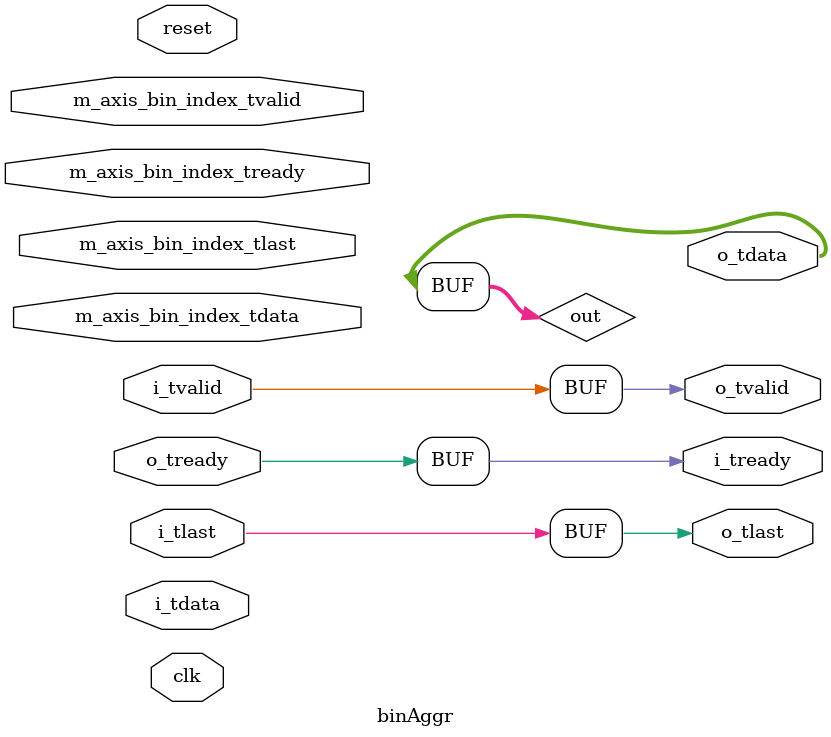
<source format=v>

module binAggr
    #(parameter SR_INPUT_VLEN=0,
      parameter SR_OUTPUT_VLEN=0)
   (input clk, input reset,
    input [31:0] i_tdata, input i_tlast, input i_tvalid, output i_tready,
    input [SR_INPUT_VLEN-1:0] m_axis_bin_index_tdata, input m_axis_bin_index_tlast,
    input m_axis_bin_index_tvalid, input m_axis_bin_index_tready,
    output [31:0] o_tdata, output o_tlast, output o_tvalid, input o_tready);

   reg [31:0] out;

  genvar _k;
   generate
	 for (_k=0; _k<SR_INPUT_VLEN; _k=_k+1)
	 always @(posedge clk)
  	 begin
	    if (i_tvalid & i_tready & i_tlast & ((m_axis_bin_index_tdata[_k] > 0) && (m_axis_bin_index_tdata[_k] <= SR_OUTPUT_VLEN)))  
        	  begin
		      out[SR_OUTPUT_VLEN + m_axis_bin_index_tdata[_k] - 1] <= out[SR_OUTPUT_VLEN + m_axis_bin_index_tdata[_k] - 1] + i_tdata[SR_INPUT_VLEN + _k];
		  end
	 end
   endgenerate
 
 
   assign o_tdata = out; //FIXME 

   assign i_tready = o_tready;
   assign o_tvalid = i_tvalid;
   assign o_tlast  = i_tlast;
   
endmodule // binAggr

</source>
